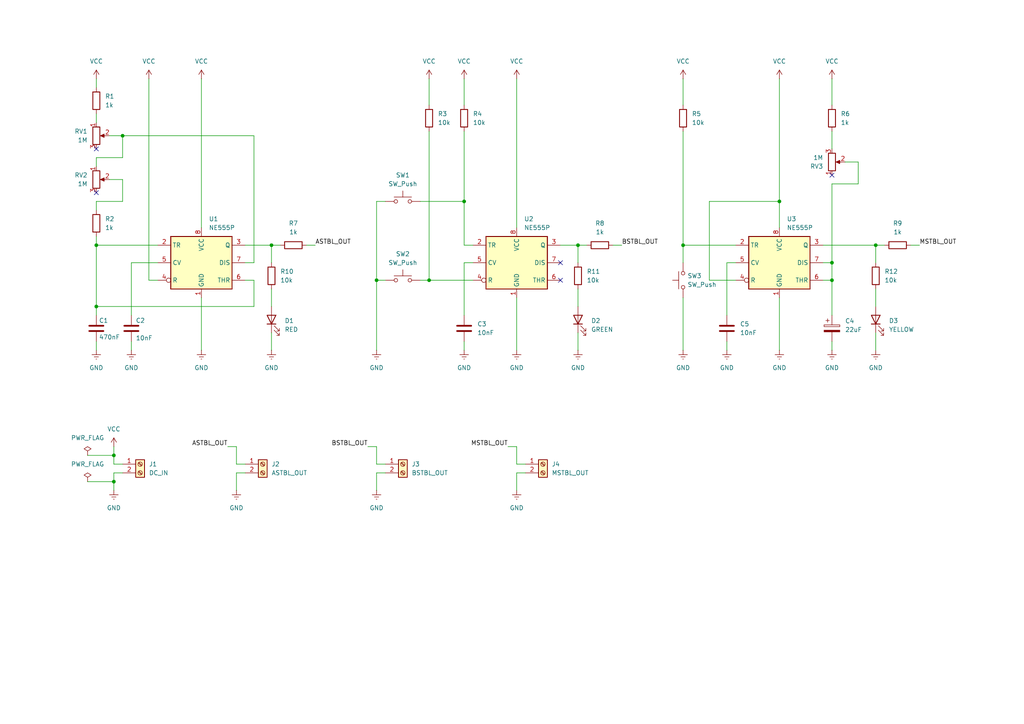
<source format=kicad_sch>
(kicad_sch (version 20250114) (generator "eeschema") (generator_version "9.0")
  (paper "A4")
  (title_block (title "555 Latches") (date "2025-10-08") (rev "v0.0.1") (company "https://github.com/marcinciapa-el/0001"))
  (lib_symbols
    (symbol "Connector:Screw_Terminal_01x02" (pin_names (offset 1.016) (hide yes))
      (property "Reference" "J" (at 0 2.54 0))
      (property "Value" "Screw_Terminal_01x02" (at 0 -5.08 0))
      (symbol "Screw_Terminal_01x02_1_1"
        (rectangle (start -1.27 1.27) (end 1.27 -3.81) (stroke (width 0.254)) (fill (type background)))
        (polyline (pts (xy -0.5334 0.3302) (xy 0.3302 -0.508)) (stroke (width 0.1524)))
        (polyline (pts (xy -0.5334 -2.2098) (xy 0.3302 -3.048)) (stroke (width 0.1524)))
        (polyline (pts (xy -0.3556 0.508) (xy 0.508 -0.3302)) (stroke (width 0.1524)))
        (polyline (pts (xy -0.3556 -2.032) (xy 0.508 -2.8702)) (stroke (width 0.1524)))
        (circle (center 0 0) (radius 0.635) (stroke (width 0.1524)))
        (circle (center 0 -2.54) (radius 0.635) (stroke (width 0.1524)))
        (pin passive line (at -5.08 0 0) (length 3.81) (name "Pin_1") (number "1"))
        (pin passive line (at -5.08 -2.54 0) (length 3.81) (name "Pin_2") (number "2"))
      )
    )
    (symbol "Device:C" (pin_numbers (hide yes)) (pin_names (offset 0.254))
      (property "Reference" "C" (at 0.635 2.54 0))
      (property "Value" "C" (at 0.635 -2.54 0))
      (symbol "C_0_1"
        (polyline (pts (xy -2.032 0.762) (xy 2.032 0.762)) (stroke (width 0.508)))
        (polyline (pts (xy -2.032 -0.762) (xy 2.032 -0.762)) (stroke (width 0.508)))
      )
      (symbol "C_1_1"
        (pin passive line (at 0 3.81 270) (length 2.794) (name "~") (number "1"))
        (pin passive line (at 0 -3.81 90) (length 2.794) (name "~") (number "2"))
      )
    )
    (symbol "Device:C_Polarized" (pin_numbers (hide yes)) (pin_names (offset 0.254))
      (property "Reference" "C" (at 0.635 2.54 0))
      (property "Value" "C_Polarized" (at 0.635 -2.54 0))
      (symbol "C_Polarized_0_1"
        (rectangle (start -2.286 0.508) (end 2.286 1.016))
        (polyline (pts (xy -1.778 2.286) (xy -0.762 2.286)))
        (polyline (pts (xy -1.27 2.794) (xy -1.27 1.778)))
        (rectangle (start 2.286 -0.508) (end -2.286 -1.016) (fill (type outline)))
      )
      (symbol "C_Polarized_1_1"
        (pin passive line (at 0 3.81 270) (length 2.794) (name "~") (number "1"))
        (pin passive line (at 0 -3.81 90) (length 2.794) (name "~") (number "2"))
      )
    )
    (symbol "Device:LED" (pin_numbers (hide yes)) (pin_names (offset 1.016) (hide yes))
      (property "Reference" "D" (at 0 2.54 0))
      (property "Value" "LED" (at 0 -2.54 0))
      (symbol "LED_0_1"
        (polyline (pts (xy -3.048 -0.762) (xy -4.572 -2.286) (xy -3.81 -2.286) (xy -4.572 -2.286) (xy -4.572 -1.524)))
        (polyline (pts (xy -1.778 -0.762) (xy -3.302 -2.286) (xy -2.54 -2.286) (xy -3.302 -2.286) (xy -3.302 -1.524)))
        (polyline (pts (xy -1.27 0) (xy 1.27 0)))
        (polyline (pts (xy -1.27 -1.27) (xy -1.27 1.27)) (stroke (width 0.254)))
        (polyline (pts (xy 1.27 -1.27) (xy 1.27 1.27) (xy -1.27 0) (xy 1.27 -1.27)) (stroke (width 0.254)))
      )
      (symbol "LED_1_1"
        (pin passive line (at -3.81 0 0) (length 2.54) (name "K") (number "1"))
        (pin passive line (at 3.81 0 180) (length 2.54) (name "A") (number "2"))
      )
    )
    (symbol "Device:R" (pin_numbers (hide yes)) (pin_names (offset 0))
      (property "Reference" "R" (at 2.032 0 90))
      (property "Value" "R" (at 0 0 90))
      (symbol "R_0_1"
        (rectangle (start -1.016 -2.54) (end 1.016 2.54) (stroke (width 0.254)))
      )
      (symbol "R_1_1"
        (pin passive line (at 0 3.81 270) (length 1.27) (name "~") (number "1"))
        (pin passive line (at 0 -3.81 90) (length 1.27) (name "~") (number "2"))
      )
    )
    (symbol "Device:R_Potentiometer" (pin_names (offset 1.016) (hide yes))
      (property "Reference" "RV" (at -4.445 0 90))
      (property "Value" "R_Potentiometer" (at -2.54 0 90))
      (symbol "R_Potentiometer_0_1"
        (rectangle (start 1.016 2.54) (end -1.016 -2.54) (stroke (width 0.254)))
        (polyline (pts (xy 1.143 0) (xy 2.286 0.508) (xy 2.286 -0.508) (xy 1.143 0)) (fill (type outline)))
        (polyline (pts (xy 2.54 0) (xy 1.524 0)))
      )
      (symbol "R_Potentiometer_1_1"
        (pin passive line (at 0 3.81 270) (length 1.27) (name "1") (number "1"))
        (pin passive line (at 0 -3.81 90) (length 1.27) (name "3") (number "3"))
        (pin passive line (at 3.81 0 180) (length 1.27) (name "2") (number "2"))
      )
    )
    (symbol "Switch:SW_Push" (pin_numbers (hide yes)) (pin_names (offset 1.016) (hide yes))
      (property "Reference" "SW" (at 1.27 2.54 0))
      (property "Value" "SW_Push" (at 0 -1.524 0))
      (symbol "SW_Push_0_1"
        (circle (center -2.032 0) (radius 0.508))
        (polyline (pts (xy 0 1.27) (xy 0 3.048)))
        (circle (center 2.032 0) (radius 0.508))
        (polyline (pts (xy 2.54 1.27) (xy -2.54 1.27)))
        (pin passive line (at -5.08 0 0) (length 2.54) (name "1") (number "1"))
        (pin passive line (at 5.08 0 180) (length 2.54) (name "2") (number "2"))
      )
    )
    (symbol "Timer:NE555P"
      (property "Reference" "U" (at -10.16 8.89 0))
      (property "Value" "NE555P" (at 2.54 8.89 0))
      (symbol "NE555P_0_0"
        (pin power_in line (at 0 10.16 270) (length 2.54) (name "VCC") (number "8"))
        (pin power_in line (at 0 -10.16 90) (length 2.54) (name "GND") (number "1"))
      )
      (symbol "NE555P_0_1"
        (rectangle (start -8.89 -7.62) (end 8.89 7.62) (stroke (width 0.254)) (fill (type background)))
        (rectangle (start -8.89 -7.62) (end 8.89 7.62) (stroke (width 0.254)) (fill (type background)))
      )
      (symbol "NE555P_1_1"
        (pin input line (at -12.7 5.08 0) (length 3.81) (name "TR") (number "2"))
        (pin input line (at -12.7 0 0) (length 3.81) (name "CV") (number "5"))
        (pin input inverted (at -12.7 -5.08 0) (length 3.81) (name "R") (number "4"))
        (pin output line (at 12.7 5.08 180) (length 3.81) (name "Q") (number "3"))
        (pin input line (at 12.7 0 180) (length 3.81) (name "DIS") (number "7"))
        (pin input line (at 12.7 -5.08 180) (length 3.81) (name "THR") (number "6"))
      )
    )
    (symbol "power:GNDREF" (power) (pin_numbers (hide yes)) (pin_names (offset 0) (hide yes))
      (property "Value" "GNDREF" (at 0 -3.81 0))
      (symbol "GNDREF_0_1"
        (polyline (pts (xy -0.635 -1.905) (xy 0.635 -1.905)))
        (polyline (pts (xy -0.127 -2.54) (xy 0.127 -2.54)))
        (polyline (pts (xy 0 -1.27) (xy 0 0)))
        (polyline (pts (xy 1.27 -1.27) (xy -1.27 -1.27)))
      )
      (symbol "GNDREF_1_1"
        (pin power_in line (at 0 0 270) (length 0) (name "~") (number "1"))
      )
    )
    (symbol "power:PWR_FLAG" (power) (pin_numbers (hide yes)) (pin_names (offset 0) (hide yes))
      (property "Value" "PWR_FLAG" (at 0 3.81 0))
      (symbol "PWR_FLAG_0_0"
        (pin power_out line (at 0 0 90) (length 0) (name "~") (number "1"))
      )
      (symbol "PWR_FLAG_0_1"
        (polyline (pts (xy 0 0) (xy 0 1.27) (xy -1.016 1.905) (xy 0 2.54) (xy 1.016 1.905) (xy 0 1.27)))
      )
    )
    (symbol "power:VCC" (power) (pin_numbers (hide yes)) (pin_names (offset 0) (hide yes))
      (property "Value" "VCC" (at 0 3.556 0))
      (symbol "VCC_0_1"
        (polyline (pts (xy -0.762 1.27) (xy 0 2.54)))
        (polyline (pts (xy 0 2.54) (xy 0.762 1.27)))
        (polyline (pts (xy 0 0) (xy 0 2.54)))
      )
      (symbol "VCC_1_1"
        (pin power_in line (at 0 0 90) (length 0) (name "~") (number "1"))
      )
    )
  )
  (junction (at 254 71.12))
  (junction (at 27.94 71.12))
  (junction (at 241.3 76.2))
  (junction (at 134.62 58.42))
  (junction (at 35.56 39.37))
  (junction (at 198.12 71.12))
  (junction (at 33.02 139.7))
  (junction (at 124.46 81.28))
  (junction (at 226.06 58.42))
  (junction (at 33.02 132.08))
  (junction (at 78.74 71.12))
  (junction (at 109.22 81.28))
  (junction (at 167.64 71.12))
  (junction (at 241.3 81.28))
  (junction (at 27.94 88.9))
  (no_connect (at 162.56 76.2))
  (no_connect (at 241.3 50.8))
  (no_connect (at 27.94 43.18))
  (no_connect (at 27.94 55.88))
  (no_connect (at 162.56 81.28))
  (wire (pts (xy 162.56 71.12) (xy 167.64 71.12)))
  (wire (pts (xy 134.62 91.44) (xy 134.62 76.2)))
  (wire (pts (xy 27.94 22.86) (xy 27.94 25.4)))
  (wire (pts (xy 66.04 129.54) (xy 68.58 129.54)))
  (wire (pts (xy 109.22 134.62) (xy 111.76 134.62)))
  (wire (pts (xy 38.1 91.44) (xy 38.1 76.2)))
  (wire (pts (xy 38.1 99.06) (xy 38.1 101.6)))
  (wire (pts (xy 213.36 76.2) (xy 210.82 76.2)))
  (wire (pts (xy 71.12 71.12) (xy 78.74 71.12)))
  (wire (pts (xy 226.06 22.86) (xy 226.06 58.42)))
  (wire (pts (xy 198.12 71.12) (xy 198.12 76.2)))
  (wire (pts (xy 238.76 71.12) (xy 254 71.12)))
  (wire (pts (xy 33.02 139.7) (xy 33.02 137.16)))
  (wire (pts (xy 149.86 142.24) (xy 149.86 137.16)))
  (wire (pts (xy 73.66 76.2) (xy 71.12 76.2)))
  (wire (pts (xy 241.3 38.1) (xy 241.3 43.18)))
  (wire (pts (xy 78.74 83.82) (xy 78.74 88.9)))
  (wire (pts (xy 58.42 86.36) (xy 58.42 101.6)))
  (wire (pts (xy 124.46 81.28) (xy 137.16 81.28)))
  (wire (pts (xy 78.74 71.12) (xy 81.28 71.12)))
  (wire (pts (xy 241.3 99.06) (xy 241.3 101.6)))
  (wire (pts (xy 149.86 22.86) (xy 149.86 66.04)))
  (wire (pts (xy 27.94 88.9) (xy 73.66 88.9)))
  (wire (pts (xy 33.02 134.62) (xy 35.56 134.62)))
  (wire (pts (xy 149.86 129.54) (xy 149.86 134.62)))
  (wire (pts (xy 109.22 81.28) (xy 109.22 101.6)))
  (wire (pts (xy 43.18 22.86) (xy 43.18 81.28)))
  (wire (pts (xy 198.12 86.36) (xy 198.12 101.6)))
  (wire (pts (xy 134.62 76.2) (xy 137.16 76.2)))
  (wire (pts (xy 35.56 39.37) (xy 73.66 39.37)))
  (wire (pts (xy 198.12 22.86) (xy 198.12 30.48)))
  (wire (pts (xy 33.02 142.24) (xy 33.02 139.7)))
  (wire (pts (xy 134.62 22.86) (xy 134.62 30.48)))
  (wire (pts (xy 147.32 129.54) (xy 149.86 129.54)))
  (wire (pts (xy 241.3 53.34) (xy 248.92 53.34)))
  (wire (pts (xy 149.86 86.36) (xy 149.86 101.6)))
  (wire (pts (xy 248.92 46.99) (xy 245.11 46.99)))
  (wire (pts (xy 109.22 58.42) (xy 111.76 58.42)))
  (wire (pts (xy 73.66 81.28) (xy 73.66 88.9)))
  (wire (pts (xy 134.62 58.42) (xy 134.62 71.12)))
  (wire (pts (xy 213.36 81.28) (xy 205.74 81.28)))
  (wire (pts (xy 134.62 99.06) (xy 134.62 101.6)))
  (wire (pts (xy 111.76 137.16) (xy 109.22 137.16)))
  (wire (pts (xy 73.66 39.37) (xy 73.66 76.2)))
  (wire (pts (xy 226.06 58.42) (xy 226.06 66.04)))
  (wire (pts (xy 248.92 46.99) (xy 248.92 53.34)))
  (wire (pts (xy 33.02 137.16) (xy 35.56 137.16)))
  (wire (pts (xy 68.58 134.62) (xy 71.12 134.62)))
  (wire (pts (xy 124.46 38.1) (xy 124.46 81.28)))
  (wire (pts (xy 25.4 132.08) (xy 33.02 132.08)))
  (wire (pts (xy 134.62 71.12) (xy 137.16 71.12)))
  (wire (pts (xy 27.94 48.26) (xy 27.94 45.72)))
  (wire (pts (xy 109.22 58.42) (xy 109.22 81.28)))
  (wire (pts (xy 226.06 86.36) (xy 226.06 101.6)))
  (wire (pts (xy 241.3 81.28) (xy 241.3 91.44)))
  (wire (pts (xy 58.42 66.04) (xy 58.42 22.86)))
  (wire (pts (xy 27.94 71.12) (xy 45.72 71.12)))
  (wire (pts (xy 238.76 81.28) (xy 241.3 81.28)))
  (wire (pts (xy 78.74 96.52) (xy 78.74 101.6)))
  (wire (pts (xy 33.02 132.08) (xy 33.02 134.62)))
  (wire (pts (xy 210.82 99.06) (xy 210.82 101.6)))
  (wire (pts (xy 254 83.82) (xy 254 88.9)))
  (wire (pts (xy 78.74 71.12) (xy 78.74 76.2)))
  (wire (pts (xy 254 96.52) (xy 254 101.6)))
  (wire (pts (xy 167.64 96.52) (xy 167.64 101.6)))
  (wire (pts (xy 27.94 71.12) (xy 27.94 88.9)))
  (wire (pts (xy 27.94 68.58) (xy 27.94 71.12)))
  (wire (pts (xy 167.64 71.12) (xy 167.64 76.2)))
  (wire (pts (xy 68.58 142.24) (xy 68.58 137.16)))
  (wire (pts (xy 27.94 88.9) (xy 27.94 91.44)))
  (wire (pts (xy 134.62 38.1) (xy 134.62 58.42)))
  (wire (pts (xy 124.46 22.86) (xy 124.46 30.48)))
  (wire (pts (xy 109.22 137.16) (xy 109.22 142.24)))
  (wire (pts (xy 149.86 137.16) (xy 152.4 137.16)))
  (wire (pts (xy 25.4 139.7) (xy 33.02 139.7)))
  (wire (pts (xy 241.3 22.86) (xy 241.3 30.48)))
  (wire (pts (xy 167.64 83.82) (xy 167.64 88.9)))
  (wire (pts (xy 264.16 71.12) (xy 266.7 71.12)))
  (wire (pts (xy 177.8 71.12) (xy 180.34 71.12)))
  (wire (pts (xy 254 71.12) (xy 254 76.2)))
  (wire (pts (xy 109.22 129.54) (xy 109.22 134.62)))
  (wire (pts (xy 254 71.12) (xy 256.54 71.12)))
  (wire (pts (xy 149.86 134.62) (xy 152.4 134.62)))
  (wire (pts (xy 205.74 58.42) (xy 226.06 58.42)))
  (wire (pts (xy 68.58 129.54) (xy 68.58 134.62)))
  (wire (pts (xy 35.56 58.42) (xy 27.94 58.42)))
  (wire (pts (xy 27.94 33.02) (xy 27.94 35.56)))
  (wire (pts (xy 27.94 99.06) (xy 27.94 101.6)))
  (wire (pts (xy 35.56 52.07) (xy 35.56 58.42)))
  (wire (pts (xy 33.02 129.54) (xy 33.02 132.08)))
  (wire (pts (xy 121.92 81.28) (xy 124.46 81.28)))
  (wire (pts (xy 35.56 39.37) (xy 35.56 45.72)))
  (wire (pts (xy 109.22 81.28) (xy 111.76 81.28)))
  (wire (pts (xy 88.9 71.12) (xy 91.44 71.12)))
  (wire (pts (xy 27.94 45.72) (xy 35.56 45.72)))
  (wire (pts (xy 27.94 58.42) (xy 27.94 60.96)))
  (wire (pts (xy 106.68 129.54) (xy 109.22 129.54)))
  (wire (pts (xy 45.72 81.28) (xy 43.18 81.28)))
  (wire (pts (xy 198.12 38.1) (xy 198.12 71.12)))
  (wire (pts (xy 121.92 58.42) (xy 134.62 58.42)))
  (wire (pts (xy 238.76 76.2) (xy 241.3 76.2)))
  (wire (pts (xy 198.12 71.12) (xy 213.36 71.12)))
  (wire (pts (xy 35.56 52.07) (xy 31.75 52.07)))
  (wire (pts (xy 205.74 81.28) (xy 205.74 58.42)))
  (wire (pts (xy 31.75 39.37) (xy 35.56 39.37)))
  (wire (pts (xy 73.66 81.28) (xy 71.12 81.28)))
  (wire (pts (xy 68.58 137.16) (xy 71.12 137.16)))
  (wire (pts (xy 241.3 53.34) (xy 241.3 76.2)))
  (wire (pts (xy 167.64 71.12) (xy 170.18 71.12)))
  (wire (pts (xy 38.1 76.2) (xy 45.72 76.2)))
  (wire (pts (xy 210.82 76.2) (xy 210.82 91.44)))
  (wire (pts (xy 241.3 76.2) (xy 241.3 81.28)))
  (label "MSTBL_OUT" (at 147.32 129.54 180))
  (label "BSTBL_OUT" (at 106.68 129.54 180))
  (label "BSTBL_OUT" (at 180.34 71.12 0))
  (label "ASTBL_OUT" (at 66.04 129.54 180))
  (label "ASTBL_OUT" (at 91.44 71.12 0))
  (label "MSTBL_OUT" (at 266.7 71.12 0))
  (symbol (lib_id "Switch:SW_Push") (at 116.84 81.28 0) (unit 1)
    (property "Reference" "SW2" (at 116.84 73.66 0))
    (property "Value" "SW_Push" (at 116.84 76.2 0))
    (property "Footprint" "Button_Switch_THT:SW_PUSH_6mm_H4.3mm" (effects (hide yes)))
    (property "Description" "Push button switch, generic, two pins" (effects (hide yes)))
  )
  (symbol (lib_id "Device:LED") (at 78.74 92.71 90) (unit 1)
    (property "Reference" "D1" (at 82.55 93.0274 90) (effects (justify right)))
    (property "Value" "RED" (at 82.55 95.5674 90) (effects (justify right)))
    (property "Footprint" "LED_THT:LED_D5.0mm" (effects (hide yes)))
    (property "Description" "Light emitting diode" (effects (hide yes)))
    (property "Sim.Pins" "1=K 2=A" (effects (hide yes)))
  )
  (symbol (lib_id "Device:C") (at 134.62 95.25 0) (unit 1)
    (property "Reference" "C3" (at 138.43 93.9799 0) (effects (justify left)))
    (property "Value" "10nF" (at 138.43 96.5199 0) (effects (justify left)))
    (property "Footprint" "Capacitor_THT:C_Rect_L7.0mm_W3.5mm_P5.00mm" (effects (hide yes)))
    (property "Description" "Unpolarized capacitor" (effects (hide yes)))
  )
  (symbol (lib_id "power:GNDREF") (at 149.86 142.24 0) (unit 1)
    (property "Reference" "#PWR08" (effects (hide yes)))
    (property "Value" "GND" (at 149.86 147.32 0))
    (property "Description" "Power symbol creates a global label with name \"GNDREF\" , reference supply ground" (effects (hide yes)))
  )
  (symbol (lib_id "power:GNDREF") (at 210.82 101.6 0) (unit 1)
    (property "Reference" "#PWR020" (effects (hide yes)))
    (property "Value" "GND" (at 210.82 106.68 0))
    (property "Description" "Power symbol creates a global label with name \"GNDREF\" , reference supply ground" (effects (hide yes)))
  )
  (symbol (lib_id "Device:R") (at 134.62 34.29 0) (unit 1)
    (property "Reference" "R4" (at 137.16 33.0199 0) (effects (justify left)))
    (property "Value" "10k" (at 137.16 35.5599 0) (effects (justify left)))
    (property "Footprint" "Resistor_THT:R_Axial_DIN0207_L6.3mm_D2.5mm_P7.62mm_Horizontal" (effects (hide yes)))
    (property "Description" "Resistor" (effects (hide yes)))
  )
  (symbol (lib_id "Device:R") (at 85.09 71.12 90) (unit 1)
    (property "Reference" "R7" (at 85.09 64.77 90))
    (property "Value" "1k" (at 85.09 67.31 90))
    (property "Footprint" "Resistor_THT:R_Axial_DIN0207_L6.3mm_D2.5mm_P7.62mm_Horizontal" (effects (hide yes)))
    (property "Description" "Resistor" (effects (hide yes)))
  )
  (symbol (lib_id "power:VCC") (at 124.46 22.86 0) (unit 1)
    (property "Reference" "#PWR012" (effects (hide yes)))
    (property "Value" "VCC" (at 124.46 17.78 0))
    (property "Description" "Power symbol creates a global label with name \"VCC\"" (effects (hide yes)))
  )
  (symbol (lib_id "Device:R") (at 198.12 34.29 0) (unit 1)
    (property "Reference" "R5" (at 200.66 33.0199 0) (effects (justify left)))
    (property "Value" "10k" (at 200.66 35.5599 0) (effects (justify left)))
    (property "Footprint" "Resistor_THT:R_Axial_DIN0207_L6.3mm_D2.5mm_P7.62mm_Horizontal" (effects (hide yes)))
    (property "Description" "Resistor" (effects (hide yes)))
  )
  (symbol (lib_id "power:GNDREF") (at 226.06 101.6 0) (unit 1)
    (property "Reference" "#PWR016" (effects (hide yes)))
    (property "Value" "GND" (at 226.06 106.68 0))
    (property "Description" "Power symbol creates a global label with name \"GNDREF\" , reference supply ground" (effects (hide yes)))
  )
  (symbol (lib_id "Device:C") (at 210.82 95.25 0) (unit 1)
    (property "Reference" "C5" (at 214.63 93.9799 0) (effects (justify left)))
    (property "Value" "10nF" (at 214.63 96.5199 0) (effects (justify left)))
    (property "Footprint" "Capacitor_THT:C_Rect_L7.0mm_W3.5mm_P5.00mm" (effects (hide yes)))
    (property "Description" "Unpolarized capacitor" (effects (hide yes)))
  )
  (symbol (lib_id "power:GNDREF") (at 38.1 101.6 0) (unit 1)
    (property "Reference" "#PWR03" (effects (hide yes)))
    (property "Value" "GND" (at 38.1 106.68 0))
    (property "Description" "Power symbol creates a global label with name \"GNDREF\" , reference supply ground" (effects (hide yes)))
  )
  (symbol (lib_id "Connector:Screw_Terminal_01x02") (at 116.84 134.62 0) (unit 1)
    (property "Reference" "J3" (at 119.38 134.6199 0) (effects (justify left)))
    (property "Value" "BSTBL_OUT" (at 119.38 137.1599 0) (effects (justify left)))
    (property "Footprint" "TerminalBlock_4Ucon:TerminalBlock_4Ucon_1x02_P3.50mm_Horizontal" (effects (hide yes)))
    (property "Description" "Generic screw terminal, single row, 01x02, script generated (kicad-library-utils/schlib/autogen/connector/)" (effects (hide yes)))
  )
  (symbol (lib_id "Timer:NE555P") (at 58.42 76.2 0) (unit 1)
    (property "Reference" "U1" (at 60.5633 63.5 0) (effects (justify left)))
    (property "Value" "NE555P" (at 60.5633 66.04 0) (effects (justify left)))
    (property "Footprint" "Package_DIP:DIP-8_W7.62mm_Socket_LongPads" (effects (hide yes)))
    (property "Datasheet" "http://www.ti.com/lit/ds/symlink/ne555.pdf" (effects (hide yes)))
    (property "Description" "Precision Timers, 555 compatible,  PDIP-8" (effects (hide yes)))
  )
  (symbol (lib_id "Device:R") (at 254 80.01 0) (unit 1)
    (property "Reference" "R12" (at 256.54 78.7399 0) (effects (justify left)))
    (property "Value" "10k" (at 256.54 81.2799 0) (effects (justify left)))
    (property "Footprint" "Resistor_THT:R_Axial_DIN0207_L6.3mm_D2.5mm_P7.62mm_Horizontal" (effects (hide yes)))
    (property "Description" "Resistor" (effects (hide yes)))
  )
  (symbol (lib_id "Switch:SW_Push") (at 116.84 58.42 0) (unit 1)
    (property "Reference" "SW1" (at 116.84 50.8 0))
    (property "Value" "SW_Push" (at 116.84 53.34 0))
    (property "Footprint" "Button_Switch_THT:SW_PUSH_6mm_H4.3mm" (effects (hide yes)))
    (property "Description" "Push button switch, generic, two pins" (effects (hide yes)))
  )
  (symbol (lib_id "power:GNDREF") (at 27.94 101.6 0) (unit 1)
    (property "Reference" "#PWR02" (effects (hide yes)))
    (property "Value" "GND" (at 27.94 106.68 0))
    (property "Description" "Power symbol creates a global label with name \"GNDREF\" , reference supply ground" (effects (hide yes)))
  )
  (symbol (lib_id "Device:C") (at 38.1 95.25 0) (unit 1)
    (property "Reference" "C2" (at 39.37 92.964 0) (effects (justify left)))
    (property "Value" "10nF" (at 39.37 98.044 0) (effects (justify left)))
    (property "Footprint" "Capacitor_THT:C_Rect_L7.0mm_W3.5mm_P5.00mm" (effects (hide yes)))
    (property "Description" "Unpolarized capacitor" (effects (hide yes)))
  )
  (symbol (lib_id "Device:R") (at 241.3 34.29 0) (unit 1)
    (property "Reference" "R6" (at 243.84 33.0199 0) (effects (justify left)))
    (property "Value" "1k" (at 243.84 35.5599 0) (effects (justify left)))
    (property "Footprint" "Resistor_THT:R_Axial_DIN0207_L6.3mm_D2.5mm_P7.62mm_Horizontal" (effects (hide yes)))
    (property "Description" "Resistor" (effects (hide yes)))
  )
  (symbol (lib_id "power:PWR_FLAG") (at 25.4 132.08 0) (unit 1)
    (property "Reference" "#FLG01" (effects (hide yes)))
    (property "Value" "PWR_FLAG" (at 25.4 127 0))
    (property "Description" "Special symbol for telling ERC where power comes from" (effects (hide yes)))
  )
  (symbol (lib_id "Device:R_Potentiometer") (at 241.3 46.99 0) (mirror x) (unit 1)
    (property "Reference" "RV3" (at 238.76 48.2601 0) (effects (justify right)))
    (property "Value" "1M" (at 238.76 45.7201 0) (effects (justify right)))
    (property "Footprint" "Potentiometer_THT:Potentiometer_Runtron_RM-065_Vertical" (effects (hide yes)))
    (property "Description" "Potentiometer" (effects (hide yes)))
  )
  (symbol (lib_id "power:GNDREF") (at 109.22 101.6 0) (unit 1)
    (property "Reference" "#PWR014" (effects (hide yes)))
    (property "Value" "GND" (at 109.22 106.68 0))
    (property "Description" "Power symbol creates a global label with name \"GNDREF\" , reference supply ground" (effects (hide yes)))
  )
  (symbol (lib_id "power:VCC") (at 198.12 22.86 0) (unit 1)
    (property "Reference" "#PWR021" (effects (hide yes)))
    (property "Value" "VCC" (at 198.12 17.78 0))
    (property "Description" "Power symbol creates a global label with name \"VCC\"" (effects (hide yes)))
  )
  (symbol (lib_id "Timer:NE555P") (at 149.86 76.2 0) (unit 1)
    (property "Reference" "U2" (at 152.0033 63.5 0) (effects (justify left)))
    (property "Value" "NE555P" (at 152.0033 66.04 0) (effects (justify left)))
    (property "Footprint" "Package_DIP:DIP-8_W7.62mm_Socket_LongPads" (effects (hide yes)))
    (property "Datasheet" "http://www.ti.com/lit/ds/symlink/ne555.pdf" (effects (hide yes)))
    (property "Description" "Precision Timers, 555 compatible,  PDIP-8" (effects (hide yes)))
  )
  (symbol (lib_id "power:VCC") (at 33.02 129.54 0) (unit 1)
    (property "Reference" "#PWR05" (effects (hide yes)))
    (property "Value" "VCC" (at 33.02 124.46 0))
    (property "Description" "Power symbol creates a global label with name \"VCC\"" (effects (hide yes)))
  )
  (symbol (lib_id "Switch:SW_Push") (at 198.12 81.28 90) (unit 1)
    (property "Reference" "SW3" (at 199.39 80.0099 90) (effects (justify right)))
    (property "Value" "SW_Push" (at 199.39 82.5499 90) (effects (justify right)))
    (property "Footprint" "Button_Switch_THT:SW_PUSH_6mm_H4.3mm" (effects (hide yes)))
    (property "Description" "Push button switch, generic, two pins" (effects (hide yes)))
  )
  (symbol (lib_id "power:GNDREF") (at 167.64 101.6 0) (unit 1)
    (property "Reference" "#PWR026" (effects (hide yes)))
    (property "Value" "GND" (at 167.64 106.68 0))
    (property "Description" "Power symbol creates a global label with name \"GNDREF\" , reference supply ground" (effects (hide yes)))
  )
  (symbol (lib_id "power:GNDREF") (at 33.02 142.24 0) (unit 1)
    (property "Reference" "#PWR06" (effects (hide yes)))
    (property "Value" "GND" (at 33.02 147.32 0))
    (property "Description" "Power symbol creates a global label with name \"GNDREF\" , reference supply ground" (effects (hide yes)))
  )
  (symbol (lib_id "power:VCC") (at 134.62 22.86 0) (unit 1)
    (property "Reference" "#PWR013" (effects (hide yes)))
    (property "Value" "VCC" (at 134.62 17.78 0))
    (property "Description" "Power symbol creates a global label with name \"VCC\"" (effects (hide yes)))
  )
  (symbol (lib_id "power:GNDREF") (at 149.86 101.6 0) (unit 1)
    (property "Reference" "#PWR011" (effects (hide yes)))
    (property "Value" "GND" (at 149.86 106.68 0))
    (property "Description" "Power symbol creates a global label with name \"GNDREF\" , reference supply ground" (effects (hide yes)))
  )
  (symbol (lib_id "power:VCC") (at 58.42 22.86 0) (unit 1)
    (property "Reference" "#PWR01" (effects (hide yes)))
    (property "Value" "VCC" (at 58.42 17.78 0))
    (property "Description" "Power symbol creates a global label with name \"VCC\"" (effects (hide yes)))
  )
  (symbol (lib_id "power:VCC") (at 226.06 22.86 0) (unit 1)
    (property "Reference" "#PWR019" (effects (hide yes)))
    (property "Value" "VCC" (at 226.06 17.78 0))
    (property "Description" "Power symbol creates a global label with name \"VCC\"" (effects (hide yes)))
  )
  (symbol (lib_id "Device:R") (at 173.99 71.12 90) (unit 1)
    (property "Reference" "R8" (at 173.99 64.77 90))
    (property "Value" "1k" (at 173.99 67.31 90))
    (property "Footprint" "Resistor_THT:R_Axial_DIN0207_L6.3mm_D2.5mm_P7.62mm_Horizontal" (effects (hide yes)))
    (property "Description" "Resistor" (effects (hide yes)))
  )
  (symbol (lib_id "Device:R_Potentiometer") (at 27.94 52.07 0) (unit 1)
    (property "Reference" "RV2" (at 25.4 50.7999 0) (effects (justify right)))
    (property "Value" "1M" (at 25.4 53.3399 0) (effects (justify right)))
    (property "Footprint" "Potentiometer_THT:Potentiometer_Runtron_RM-065_Vertical" (effects (hide yes)))
    (property "Description" "Potentiometer" (effects (hide yes)))
  )
  (symbol (lib_id "power:VCC") (at 27.94 22.86 0) (unit 1)
    (property "Reference" "#PWR024" (effects (hide yes)))
    (property "Value" "VCC" (at 27.94 17.78 0))
    (property "Description" "Power symbol creates a global label with name \"VCC\"" (effects (hide yes)))
  )
  (symbol (lib_id "power:VCC") (at 43.18 22.86 0) (unit 1)
    (property "Reference" "#PWR023" (effects (hide yes)))
    (property "Value" "VCC" (at 43.18 17.78 0))
    (property "Description" "Power symbol creates a global label with name \"VCC\"" (effects (hide yes)))
  )
  (symbol (lib_id "Timer:NE555P") (at 226.06 76.2 0) (unit 1)
    (property "Reference" "U3" (at 228.2033 63.5 0) (effects (justify left)))
    (property "Value" "NE555P" (at 228.2033 66.04 0) (effects (justify left)))
    (property "Footprint" "Package_DIP:DIP-8_W7.62mm_Socket_LongPads" (effects (hide yes)))
    (property "Datasheet" "http://www.ti.com/lit/ds/symlink/ne555.pdf" (effects (hide yes)))
    (property "Description" "Precision Timers, 555 compatible,  PDIP-8" (effects (hide yes)))
  )
  (symbol (lib_id "power:GNDREF") (at 109.22 142.24 0) (unit 1)
    (property "Reference" "#PWR09" (effects (hide yes)))
    (property "Value" "GND" (at 109.22 147.32 0))
    (property "Description" "Power symbol creates a global label with name \"GNDREF\" , reference supply ground" (effects (hide yes)))
  )
  (symbol (lib_id "Connector:Screw_Terminal_01x02") (at 157.48 134.62 0) (unit 1)
    (property "Reference" "J4" (at 160.02 134.6199 0) (effects (justify left)))
    (property "Value" "MSTBL_OUT" (at 160.02 137.1599 0) (effects (justify left)))
    (property "Footprint" "TerminalBlock_4Ucon:TerminalBlock_4Ucon_1x02_P3.50mm_Horizontal" (effects (hide yes)))
    (property "Description" "Generic screw terminal, single row, 01x02, script generated (kicad-library-utils/schlib/autogen/connector/)" (effects (hide yes)))
  )
  (symbol (lib_id "Device:R") (at 124.46 34.29 0) (unit 1)
    (property "Reference" "R3" (at 127 33.0199 0) (effects (justify left)))
    (property "Value" "10k" (at 127 35.5599 0) (effects (justify left)))
    (property "Footprint" "Resistor_THT:R_Axial_DIN0207_L6.3mm_D2.5mm_P7.62mm_Horizontal" (effects (hide yes)))
    (property "Description" "Resistor" (effects (hide yes)))
  )
  (symbol (lib_id "Device:C") (at 27.94 95.25 0) (unit 1)
    (property "Reference" "C1" (at 28.702 92.964 0) (effects (justify left)))
    (property "Value" "470nF" (at 28.702 97.79 0) (effects (justify left)))
    (property "Footprint" "Capacitor_THT:C_Rect_L7.0mm_W3.5mm_P5.00mm" (effects (hide yes)))
    (property "Description" "Unpolarized capacitor" (effects (hide yes)))
  )
  (symbol (lib_id "Device:C_Polarized") (at 241.3 95.25 0) (unit 1)
    (property "Reference" "C4" (at 245.11 93.0909 0) (effects (justify left)))
    (property "Value" "22uF" (at 245.11 95.6309 0) (effects (justify left)))
    (property "Footprint" "Capacitor_THT:CP_Radial_D5.0mm_P2.00mm" (effects (hide yes)))
    (property "Description" "Polarized capacitor" (effects (hide yes)))
  )
  (symbol (lib_id "Connector:Screw_Terminal_01x02") (at 40.64 134.62 0) (unit 1)
    (property "Reference" "J1" (at 43.18 134.6199 0) (effects (justify left)))
    (property "Value" "DC_IN" (at 43.18 137.1599 0) (effects (justify left)))
    (property "Footprint" "TerminalBlock_4Ucon:TerminalBlock_4Ucon_1x02_P3.50mm_Horizontal" (effects (hide yes)))
    (property "Description" "Generic screw terminal, single row, 01x02, script generated (kicad-library-utils/schlib/autogen/connector/)" (effects (hide yes)))
  )
  (symbol (lib_id "Connector:Screw_Terminal_01x02") (at 76.2 134.62 0) (unit 1)
    (property "Reference" "J2" (at 78.74 134.6199 0) (effects (justify left)))
    (property "Value" "ASTBL_OUT" (at 78.74 137.1599 0) (effects (justify left)))
    (property "Footprint" "TerminalBlock_4Ucon:TerminalBlock_4Ucon_1x02_P3.50mm_Horizontal" (effects (hide yes)))
    (property "Description" "Generic screw terminal, single row, 01x02, script generated (kicad-library-utils/schlib/autogen/connector/)" (effects (hide yes)))
  )
  (symbol (lib_id "power:GNDREF") (at 241.3 101.6 0) (unit 1)
    (property "Reference" "#PWR017" (effects (hide yes)))
    (property "Value" "GND" (at 241.3 106.68 0))
    (property "Description" "Power symbol creates a global label with name \"GNDREF\" , reference supply ground" (effects (hide yes)))
  )
  (symbol (lib_id "power:GNDREF") (at 198.12 101.6 0) (unit 1)
    (property "Reference" "#PWR018" (effects (hide yes)))
    (property "Value" "GND" (at 198.12 106.68 0))
    (property "Description" "Power symbol creates a global label with name \"GNDREF\" , reference supply ground" (effects (hide yes)))
  )
  (symbol (lib_id "Device:R") (at 78.74 80.01 0) (unit 1)
    (property "Reference" "R10" (at 81.28 78.7399 0) (effects (justify left)))
    (property "Value" "10k" (at 81.28 81.2799 0) (effects (justify left)))
    (property "Footprint" "Resistor_THT:R_Axial_DIN0207_L6.3mm_D2.5mm_P7.62mm_Horizontal" (effects (hide yes)))
    (property "Description" "Resistor" (effects (hide yes)))
  )
  (symbol (lib_id "Device:LED") (at 254 92.71 90) (unit 1)
    (property "Reference" "D3" (at 257.81 93.0274 90) (effects (justify right)))
    (property "Value" "YELLOW" (at 257.81 95.5674 90) (effects (justify right)))
    (property "Footprint" "LED_THT:LED_D5.0mm" (effects (hide yes)))
    (property "Description" "Light emitting diode" (effects (hide yes)))
    (property "Sim.Pins" "1=K 2=A" (effects (hide yes)))
  )
  (symbol (lib_id "Device:R") (at 27.94 29.21 0) (unit 1)
    (property "Reference" "R1" (at 30.48 27.9399 0) (effects (justify left)))
    (property "Value" "1k" (at 30.48 30.4799 0) (effects (justify left)))
    (property "Footprint" "Resistor_THT:R_Axial_DIN0207_L6.3mm_D2.5mm_P7.62mm_Horizontal" (effects (hide yes)))
    (property "Description" "Resistor" (effects (hide yes)))
  )
  (symbol (lib_id "power:PWR_FLAG") (at 25.4 139.7 0) (unit 1)
    (property "Reference" "#FLG02" (effects (hide yes)))
    (property "Value" "PWR_FLAG" (at 25.4 134.62 0))
    (property "Description" "Special symbol for telling ERC where power comes from" (effects (hide yes)))
  )
  (symbol (lib_id "Device:R_Potentiometer") (at 27.94 39.37 0) (unit 1)
    (property "Reference" "RV1" (at 25.4 38.0999 0) (effects (justify right)))
    (property "Value" "1M" (at 25.4 40.6399 0) (effects (justify right)))
    (property "Footprint" "Potentiometer_THT:Potentiometer_Runtron_RM-065_Vertical" (effects (hide yes)))
    (property "Description" "Potentiometer" (effects (hide yes)))
  )
  (symbol (lib_id "Device:LED") (at 167.64 92.71 90) (unit 1)
    (property "Reference" "D2" (at 171.45 93.0274 90) (effects (justify right)))
    (property "Value" "GREEN" (at 171.45 95.5674 90) (effects (justify right)))
    (property "Footprint" "LED_THT:LED_D5.0mm" (effects (hide yes)))
    (property "Description" "Light emitting diode" (effects (hide yes)))
    (property "Sim.Pins" "1=K 2=A" (effects (hide yes)))
  )
  (symbol (lib_id "Device:R") (at 260.35 71.12 90) (unit 1)
    (property "Reference" "R9" (at 260.35 64.77 90))
    (property "Value" "1k" (at 260.35 67.31 90))
    (property "Footprint" "Resistor_THT:R_Axial_DIN0207_L6.3mm_D2.5mm_P7.62mm_Horizontal" (effects (hide yes)))
    (property "Description" "Resistor" (effects (hide yes)))
  )
  (symbol (lib_id "Device:R") (at 27.94 64.77 0) (unit 1)
    (property "Reference" "R2" (at 30.48 63.4999 0) (effects (justify left)))
    (property "Value" "1k" (at 30.48 66.0399 0) (effects (justify left)))
    (property "Footprint" "Resistor_THT:R_Axial_DIN0207_L6.3mm_D2.5mm_P7.62mm_Horizontal" (effects (hide yes)))
    (property "Description" "Resistor" (effects (hide yes)))
  )
  (symbol (lib_id "Device:R") (at 167.64 80.01 0) (unit 1)
    (property "Reference" "R11" (at 170.18 78.7399 0) (effects (justify left)))
    (property "Value" "10k" (at 170.18 81.2799 0) (effects (justify left)))
    (property "Footprint" "Resistor_THT:R_Axial_DIN0207_L6.3mm_D2.5mm_P7.62mm_Horizontal" (effects (hide yes)))
    (property "Description" "Resistor" (effects (hide yes)))
  )
  (symbol (lib_id "power:GNDREF") (at 58.42 101.6 0) (unit 1)
    (property "Reference" "#PWR04" (effects (hide yes)))
    (property "Value" "GND" (at 58.42 106.68 0))
    (property "Description" "Power symbol creates a global label with name \"GNDREF\" , reference supply ground" (effects (hide yes)))
  )
  (symbol (lib_id "power:VCC") (at 241.3 22.86 0) (unit 1)
    (property "Reference" "#PWR022" (effects (hide yes)))
    (property "Value" "VCC" (at 241.3 17.78 0))
    (property "Description" "Power symbol creates a global label with name \"VCC\"" (effects (hide yes)))
  )
  (symbol (lib_id "power:GNDREF") (at 68.58 142.24 0) (unit 1)
    (property "Reference" "#PWR07" (effects (hide yes)))
    (property "Value" "GND" (at 68.58 147.32 0))
    (property "Description" "Power symbol creates a global label with name \"GNDREF\" , reference supply ground" (effects (hide yes)))
  )
  (symbol (lib_id "power:GNDREF") (at 134.62 101.6 0) (unit 1)
    (property "Reference" "#PWR015" (effects (hide yes)))
    (property "Value" "GND" (at 134.62 106.68 0))
    (property "Description" "Power symbol creates a global label with name \"GNDREF\" , reference supply ground" (effects (hide yes)))
  )
  (symbol (lib_id "power:VCC") (at 149.86 22.86 0) (unit 1)
    (property "Reference" "#PWR010" (effects (hide yes)))
    (property "Value" "VCC" (at 149.86 17.78 0))
    (property "Description" "Power symbol creates a global label with name \"VCC\"" (effects (hide yes)))
  )
  (symbol (lib_id "power:GNDREF") (at 254 101.6 0) (unit 1)
    (property "Reference" "#PWR027" (effects (hide yes)))
    (property "Value" "GND" (at 254 106.68 0))
    (property "Description" "Power symbol creates a global label with name \"GNDREF\" , reference supply ground" (effects (hide yes)))
  )
  (symbol (lib_id "power:GNDREF") (at 78.74 101.6 0) (unit 1)
    (property "Reference" "#PWR025" (effects (hide yes)))
    (property "Value" "GND" (at 78.74 106.68 0))
    (property "Description" "Power symbol creates a global label with name \"GNDREF\" , reference supply ground" (effects (hide yes)))
  )
)
</source>
